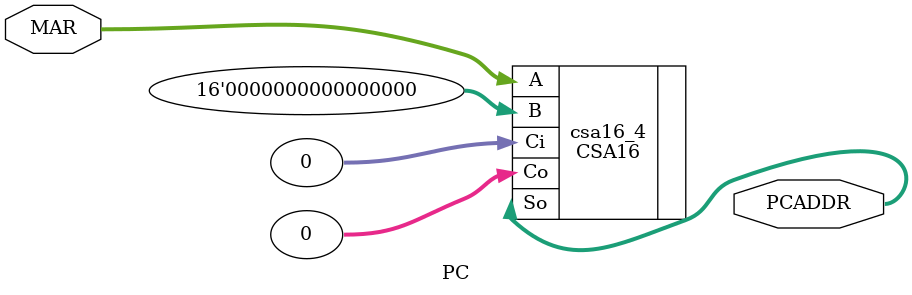
<source format=v>
`ifndef _PC_v_
`define _PC_v_

module PC(MAR, /*MARPC, GATEPC, */PCADDR);
///input clk;
input[15:0] MAR;
//input MARPC;
//input GATEPC;
output[15:0]PCADDR; //chosen output for PC

//initial
   //begin
	//if(GATEPC == 1 && MARPC == 1) 
		//pass the MAR to the PCADDR array CSA16(A,B,Ci,So,Co);
	CSA16 csa16_4(.A(MAR[15:0]), .B(16'b0000000000000000), .Ci(0), .So(PCADDR[15:0]), .Co(0));  //compiles when initial block removed
   //end
endmodule

`endif
</source>
